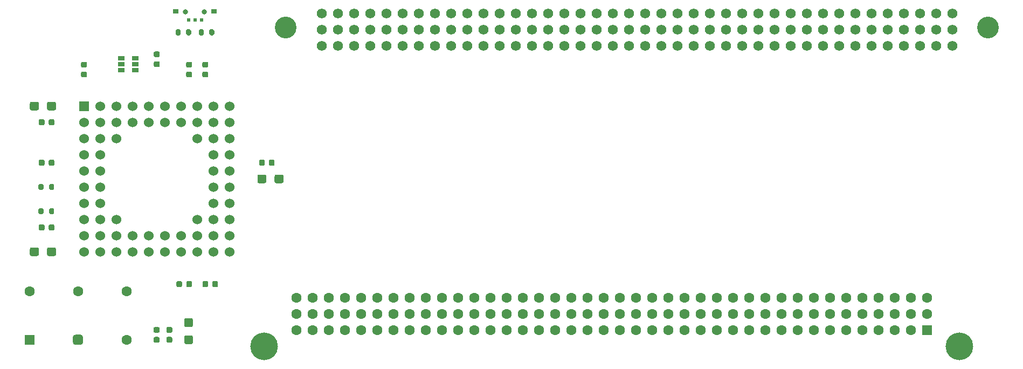
<source format=gbr>
%TF.GenerationSoftware,KiCad,Pcbnew,5.1.9+dfsg1-1~bpo10+1*%
%TF.CreationDate,2023-04-26T15:41:01+02:00*%
%TF.ProjectId,IIsiPDSAdapter,49497369-5044-4534-9164-61707465722e,rev?*%
%TF.SameCoordinates,Original*%
%TF.FileFunction,Soldermask,Top*%
%TF.FilePolarity,Negative*%
%FSLAX46Y46*%
G04 Gerber Fmt 4.6, Leading zero omitted, Abs format (unit mm)*
G04 Created by KiCad (PCBNEW 5.1.9+dfsg1-1~bpo10+1) date 2023-04-26 15:41:01*
%MOMM*%
%LPD*%
G01*
G04 APERTURE LIST*
%ADD10C,0.800000*%
%ADD11R,0.900000X0.700000*%
%ADD12R,0.600000X0.510000*%
%ADD13C,1.600000*%
%ADD14R,1.600000X1.600000*%
%ADD15R,1.060000X0.650000*%
%ADD16C,1.524000*%
%ADD17R,1.524000X1.524000*%
%ADD18C,4.335000*%
%ADD19C,1.605000*%
%ADD20R,1.605000X1.605000*%
%ADD21C,3.403600*%
%ADD22C,1.574800*%
G04 APERTURE END LIST*
D10*
%TO.C,S1*%
X83500000Y-100000000D03*
X86500000Y-100000000D03*
D11*
X88000000Y-99925000D03*
X82000000Y-99925000D03*
D12*
X86000000Y-101280000D03*
X85000000Y-101280000D03*
X84000000Y-101280000D03*
%TD*%
%TO.C,C16*%
G36*
G01*
X86870000Y-108775000D02*
X86370000Y-108775000D01*
G75*
G02*
X86145000Y-108550000I0J225000D01*
G01*
X86145000Y-108100000D01*
G75*
G02*
X86370000Y-107875000I225000J0D01*
G01*
X86870000Y-107875000D01*
G75*
G02*
X87095000Y-108100000I0J-225000D01*
G01*
X87095000Y-108550000D01*
G75*
G02*
X86870000Y-108775000I-225000J0D01*
G01*
G37*
G36*
G01*
X86870000Y-110325000D02*
X86370000Y-110325000D01*
G75*
G02*
X86145000Y-110100000I0J225000D01*
G01*
X86145000Y-109650000D01*
G75*
G02*
X86370000Y-109425000I225000J0D01*
G01*
X86870000Y-109425000D01*
G75*
G02*
X87095000Y-109650000I0J-225000D01*
G01*
X87095000Y-110100000D01*
G75*
G02*
X86870000Y-110325000I-225000J0D01*
G01*
G37*
%TD*%
%TO.C,X1*%
G36*
G01*
X65820000Y-151900000D02*
X65820000Y-151100000D01*
G75*
G02*
X66220000Y-150700000I400000J0D01*
G01*
X67020000Y-150700000D01*
G75*
G02*
X67420000Y-151100000I0J-400000D01*
G01*
X67420000Y-151900000D01*
G75*
G02*
X67020000Y-152300000I-400000J0D01*
G01*
X66220000Y-152300000D01*
G75*
G02*
X65820000Y-151900000I0J400000D01*
G01*
G37*
D13*
X66620000Y-143880000D03*
X74240000Y-151500000D03*
X74240000Y-143880000D03*
X59000000Y-143880000D03*
D14*
X59000000Y-151500000D03*
%TD*%
%TO.C,C15*%
G36*
G01*
X83574999Y-150800000D02*
X84425001Y-150800000D01*
G75*
G02*
X84675000Y-151049999I0J-249999D01*
G01*
X84675000Y-151950001D01*
G75*
G02*
X84425001Y-152200000I-249999J0D01*
G01*
X83574999Y-152200000D01*
G75*
G02*
X83325000Y-151950001I0J249999D01*
G01*
X83325000Y-151049999D01*
G75*
G02*
X83574999Y-150800000I249999J0D01*
G01*
G37*
G36*
G01*
X83574999Y-148100000D02*
X84425001Y-148100000D01*
G75*
G02*
X84675000Y-148349999I0J-249999D01*
G01*
X84675000Y-149250001D01*
G75*
G02*
X84425001Y-149500000I-249999J0D01*
G01*
X83574999Y-149500000D01*
G75*
G02*
X83325000Y-149250001I0J249999D01*
G01*
X83325000Y-148349999D01*
G75*
G02*
X83574999Y-148100000I249999J0D01*
G01*
G37*
%TD*%
D15*
%TO.C,U1*%
X75600000Y-108250000D03*
X75600000Y-107300000D03*
X75600000Y-109200000D03*
X73400000Y-109200000D03*
X73400000Y-108250000D03*
X73400000Y-107300000D03*
%TD*%
%TO.C,R5*%
G36*
G01*
X86391000Y-102975000D02*
X86391000Y-103525000D01*
G75*
G02*
X86191000Y-103725000I-200000J0D01*
G01*
X85791000Y-103725000D01*
G75*
G02*
X85591000Y-103525000I0J200000D01*
G01*
X85591000Y-102975000D01*
G75*
G02*
X85791000Y-102775000I200000J0D01*
G01*
X86191000Y-102775000D01*
G75*
G02*
X86391000Y-102975000I0J-200000D01*
G01*
G37*
G36*
G01*
X88041000Y-102975000D02*
X88041000Y-103525000D01*
G75*
G02*
X87841000Y-103725000I-200000J0D01*
G01*
X87441000Y-103725000D01*
G75*
G02*
X87241000Y-103525000I0J200000D01*
G01*
X87241000Y-102975000D01*
G75*
G02*
X87441000Y-102775000I200000J0D01*
G01*
X87841000Y-102775000D01*
G75*
G02*
X88041000Y-102975000I0J-200000D01*
G01*
G37*
%TD*%
%TO.C,R4*%
G36*
G01*
X83600000Y-103525000D02*
X83600000Y-102975000D01*
G75*
G02*
X83800000Y-102775000I200000J0D01*
G01*
X84200000Y-102775000D01*
G75*
G02*
X84400000Y-102975000I0J-200000D01*
G01*
X84400000Y-103525000D01*
G75*
G02*
X84200000Y-103725000I-200000J0D01*
G01*
X83800000Y-103725000D01*
G75*
G02*
X83600000Y-103525000I0J200000D01*
G01*
G37*
G36*
G01*
X81950000Y-103525000D02*
X81950000Y-102975000D01*
G75*
G02*
X82150000Y-102775000I200000J0D01*
G01*
X82550000Y-102775000D01*
G75*
G02*
X82750000Y-102975000I0J-200000D01*
G01*
X82750000Y-103525000D01*
G75*
G02*
X82550000Y-103725000I-200000J0D01*
G01*
X82150000Y-103725000D01*
G75*
G02*
X81950000Y-103525000I0J200000D01*
G01*
G37*
%TD*%
%TO.C,C14*%
G36*
G01*
X79250000Y-107150000D02*
X78750000Y-107150000D01*
G75*
G02*
X78525000Y-106925000I0J225000D01*
G01*
X78525000Y-106475000D01*
G75*
G02*
X78750000Y-106250000I225000J0D01*
G01*
X79250000Y-106250000D01*
G75*
G02*
X79475000Y-106475000I0J-225000D01*
G01*
X79475000Y-106925000D01*
G75*
G02*
X79250000Y-107150000I-225000J0D01*
G01*
G37*
G36*
G01*
X79250000Y-108700000D02*
X78750000Y-108700000D01*
G75*
G02*
X78525000Y-108475000I0J225000D01*
G01*
X78525000Y-108025000D01*
G75*
G02*
X78750000Y-107800000I225000J0D01*
G01*
X79250000Y-107800000D01*
G75*
G02*
X79475000Y-108025000I0J-225000D01*
G01*
X79475000Y-108475000D01*
G75*
G02*
X79250000Y-108700000I-225000J0D01*
G01*
G37*
%TD*%
%TO.C,C7*%
G36*
G01*
X87720000Y-143013000D02*
X87720000Y-142513000D01*
G75*
G02*
X87945000Y-142288000I225000J0D01*
G01*
X88395000Y-142288000D01*
G75*
G02*
X88620000Y-142513000I0J-225000D01*
G01*
X88620000Y-143013000D01*
G75*
G02*
X88395000Y-143238000I-225000J0D01*
G01*
X87945000Y-143238000D01*
G75*
G02*
X87720000Y-143013000I0J225000D01*
G01*
G37*
G36*
G01*
X86170000Y-143013000D02*
X86170000Y-142513000D01*
G75*
G02*
X86395000Y-142288000I225000J0D01*
G01*
X86845000Y-142288000D01*
G75*
G02*
X87070000Y-142513000I0J-225000D01*
G01*
X87070000Y-143013000D01*
G75*
G02*
X86845000Y-143238000I-225000J0D01*
G01*
X86395000Y-143238000D01*
G75*
G02*
X86170000Y-143013000I0J225000D01*
G01*
G37*
%TD*%
%TO.C,C4*%
G36*
G01*
X96610000Y-123960000D02*
X96610000Y-123460000D01*
G75*
G02*
X96835000Y-123235000I225000J0D01*
G01*
X97285000Y-123235000D01*
G75*
G02*
X97510000Y-123460000I0J-225000D01*
G01*
X97510000Y-123960000D01*
G75*
G02*
X97285000Y-124185000I-225000J0D01*
G01*
X96835000Y-124185000D01*
G75*
G02*
X96610000Y-123960000I0J225000D01*
G01*
G37*
G36*
G01*
X95060000Y-123960000D02*
X95060000Y-123460000D01*
G75*
G02*
X95285000Y-123235000I225000J0D01*
G01*
X95735000Y-123235000D01*
G75*
G02*
X95960000Y-123460000I0J-225000D01*
G01*
X95960000Y-123960000D01*
G75*
G02*
X95735000Y-124185000I-225000J0D01*
G01*
X95285000Y-124185000D01*
G75*
G02*
X95060000Y-123960000I0J225000D01*
G01*
G37*
%TD*%
%TO.C,C3*%
G36*
G01*
X84330000Y-108775000D02*
X83830000Y-108775000D01*
G75*
G02*
X83605000Y-108550000I0J225000D01*
G01*
X83605000Y-108100000D01*
G75*
G02*
X83830000Y-107875000I225000J0D01*
G01*
X84330000Y-107875000D01*
G75*
G02*
X84555000Y-108100000I0J-225000D01*
G01*
X84555000Y-108550000D01*
G75*
G02*
X84330000Y-108775000I-225000J0D01*
G01*
G37*
G36*
G01*
X84330000Y-110325000D02*
X83830000Y-110325000D01*
G75*
G02*
X83605000Y-110100000I0J225000D01*
G01*
X83605000Y-109650000D01*
G75*
G02*
X83830000Y-109425000I225000J0D01*
G01*
X84330000Y-109425000D01*
G75*
G02*
X84555000Y-109650000I0J-225000D01*
G01*
X84555000Y-110100000D01*
G75*
G02*
X84330000Y-110325000I-225000J0D01*
G01*
G37*
%TD*%
%TO.C,C2*%
G36*
G01*
X61370000Y-123460000D02*
X61370000Y-123960000D01*
G75*
G02*
X61145000Y-124185000I-225000J0D01*
G01*
X60695000Y-124185000D01*
G75*
G02*
X60470000Y-123960000I0J225000D01*
G01*
X60470000Y-123460000D01*
G75*
G02*
X60695000Y-123235000I225000J0D01*
G01*
X61145000Y-123235000D01*
G75*
G02*
X61370000Y-123460000I0J-225000D01*
G01*
G37*
G36*
G01*
X62920000Y-123460000D02*
X62920000Y-123960000D01*
G75*
G02*
X62695000Y-124185000I-225000J0D01*
G01*
X62245000Y-124185000D01*
G75*
G02*
X62020000Y-123960000I0J225000D01*
G01*
X62020000Y-123460000D01*
G75*
G02*
X62245000Y-123235000I225000J0D01*
G01*
X62695000Y-123235000D01*
G75*
G02*
X62920000Y-123460000I0J-225000D01*
G01*
G37*
%TD*%
%TO.C,C1*%
G36*
G01*
X61370000Y-133620000D02*
X61370000Y-134120000D01*
G75*
G02*
X61145000Y-134345000I-225000J0D01*
G01*
X60695000Y-134345000D01*
G75*
G02*
X60470000Y-134120000I0J225000D01*
G01*
X60470000Y-133620000D01*
G75*
G02*
X60695000Y-133395000I225000J0D01*
G01*
X61145000Y-133395000D01*
G75*
G02*
X61370000Y-133620000I0J-225000D01*
G01*
G37*
G36*
G01*
X62920000Y-133620000D02*
X62920000Y-134120000D01*
G75*
G02*
X62695000Y-134345000I-225000J0D01*
G01*
X62245000Y-134345000D01*
G75*
G02*
X62020000Y-134120000I0J225000D01*
G01*
X62020000Y-133620000D01*
G75*
G02*
X62245000Y-133395000I225000J0D01*
G01*
X62695000Y-133395000D01*
G75*
G02*
X62920000Y-133620000I0J-225000D01*
G01*
G37*
%TD*%
D16*
%TO.C,J2*%
X90430000Y-114820000D03*
X87890000Y-114820000D03*
X85350000Y-114820000D03*
X82810000Y-114820000D03*
X80270000Y-114820000D03*
X77730000Y-114820000D03*
X75190000Y-114820000D03*
X72650000Y-114820000D03*
X70110000Y-114820000D03*
D17*
X67570000Y-114820000D03*
D16*
X90430000Y-117360000D03*
X87890000Y-117360000D03*
X85350000Y-117360000D03*
X82810000Y-117360000D03*
X80270000Y-117360000D03*
X77730000Y-117360000D03*
X75190000Y-117360000D03*
X72650000Y-117360000D03*
X70110000Y-117360000D03*
X67570000Y-117360000D03*
X90430000Y-119900000D03*
X87890000Y-119900000D03*
X85350000Y-119900000D03*
X72650000Y-119900000D03*
X70110000Y-119900000D03*
X67570000Y-119900000D03*
X90430000Y-122440000D03*
X87890000Y-122440000D03*
X70110000Y-122440000D03*
X67570000Y-122440000D03*
X90430000Y-124980000D03*
X87890000Y-124980000D03*
X70110000Y-124980000D03*
X67570000Y-124980000D03*
X90430000Y-127520000D03*
X87890000Y-127520000D03*
X70110000Y-127520000D03*
X67570000Y-127520000D03*
X90430000Y-130060000D03*
X87890000Y-130060000D03*
X70110000Y-130060000D03*
X67570000Y-130060000D03*
X90430000Y-132600000D03*
X87890000Y-132600000D03*
X85350000Y-132600000D03*
X72650000Y-132600000D03*
X70110000Y-132600000D03*
X67570000Y-132600000D03*
X90430000Y-135140000D03*
X87890000Y-135140000D03*
X85350000Y-135140000D03*
X82810000Y-135140000D03*
X80270000Y-135140000D03*
X77730000Y-135140000D03*
X75190000Y-135140000D03*
X72650000Y-135140000D03*
X70110000Y-135140000D03*
X67570000Y-135140000D03*
X90430000Y-137680000D03*
X87890000Y-137680000D03*
X85350000Y-137680000D03*
X82810000Y-137680000D03*
X80270000Y-137680000D03*
X77730000Y-137680000D03*
X75190000Y-137680000D03*
X72650000Y-137680000D03*
X70110000Y-137680000D03*
X67570000Y-137680000D03*
%TD*%
%TO.C,C13*%
G36*
G01*
X60470000Y-137254999D02*
X60470000Y-138105001D01*
G75*
G02*
X60220001Y-138355000I-249999J0D01*
G01*
X59319999Y-138355000D01*
G75*
G02*
X59070000Y-138105001I0J249999D01*
G01*
X59070000Y-137254999D01*
G75*
G02*
X59319999Y-137005000I249999J0D01*
G01*
X60220001Y-137005000D01*
G75*
G02*
X60470000Y-137254999I0J-249999D01*
G01*
G37*
G36*
G01*
X63170000Y-137254999D02*
X63170000Y-138105001D01*
G75*
G02*
X62920001Y-138355000I-249999J0D01*
G01*
X62019999Y-138355000D01*
G75*
G02*
X61770000Y-138105001I0J249999D01*
G01*
X61770000Y-137254999D01*
G75*
G02*
X62019999Y-137005000I249999J0D01*
G01*
X62920001Y-137005000D01*
G75*
G02*
X63170000Y-137254999I0J-249999D01*
G01*
G37*
%TD*%
%TO.C,C8*%
G36*
G01*
X82980000Y-142513000D02*
X82980000Y-143013000D01*
G75*
G02*
X82755000Y-143238000I-225000J0D01*
G01*
X82305000Y-143238000D01*
G75*
G02*
X82080000Y-143013000I0J225000D01*
G01*
X82080000Y-142513000D01*
G75*
G02*
X82305000Y-142288000I225000J0D01*
G01*
X82755000Y-142288000D01*
G75*
G02*
X82980000Y-142513000I0J-225000D01*
G01*
G37*
G36*
G01*
X84530000Y-142513000D02*
X84530000Y-143013000D01*
G75*
G02*
X84305000Y-143238000I-225000J0D01*
G01*
X83855000Y-143238000D01*
G75*
G02*
X83630000Y-143013000I0J225000D01*
G01*
X83630000Y-142513000D01*
G75*
G02*
X83855000Y-142288000I225000J0D01*
G01*
X84305000Y-142288000D01*
G75*
G02*
X84530000Y-142513000I0J-225000D01*
G01*
G37*
%TD*%
%TO.C,C12*%
G36*
G01*
X60470000Y-114394999D02*
X60470000Y-115245001D01*
G75*
G02*
X60220001Y-115495000I-249999J0D01*
G01*
X59319999Y-115495000D01*
G75*
G02*
X59070000Y-115245001I0J249999D01*
G01*
X59070000Y-114394999D01*
G75*
G02*
X59319999Y-114145000I249999J0D01*
G01*
X60220001Y-114145000D01*
G75*
G02*
X60470000Y-114394999I0J-249999D01*
G01*
G37*
G36*
G01*
X63170000Y-114394999D02*
X63170000Y-115245001D01*
G75*
G02*
X62920001Y-115495000I-249999J0D01*
G01*
X62019999Y-115495000D01*
G75*
G02*
X61770000Y-115245001I0J249999D01*
G01*
X61770000Y-114394999D01*
G75*
G02*
X62019999Y-114145000I249999J0D01*
G01*
X62920001Y-114145000D01*
G75*
G02*
X63170000Y-114394999I0J-249999D01*
G01*
G37*
%TD*%
%TO.C,C11*%
G36*
G01*
X97510000Y-126675001D02*
X97510000Y-125824999D01*
G75*
G02*
X97759999Y-125575000I249999J0D01*
G01*
X98660001Y-125575000D01*
G75*
G02*
X98910000Y-125824999I0J-249999D01*
G01*
X98910000Y-126675001D01*
G75*
G02*
X98660001Y-126925000I-249999J0D01*
G01*
X97759999Y-126925000D01*
G75*
G02*
X97510000Y-126675001I0J249999D01*
G01*
G37*
G36*
G01*
X94810000Y-126675001D02*
X94810000Y-125824999D01*
G75*
G02*
X95059999Y-125575000I249999J0D01*
G01*
X95960001Y-125575000D01*
G75*
G02*
X96210000Y-125824999I0J-249999D01*
G01*
X96210000Y-126675001D01*
G75*
G02*
X95960001Y-126925000I-249999J0D01*
G01*
X95059999Y-126925000D01*
G75*
G02*
X94810000Y-126675001I0J249999D01*
G01*
G37*
%TD*%
%TO.C,C10*%
G36*
G01*
X80720000Y-151050000D02*
X81220000Y-151050000D01*
G75*
G02*
X81445000Y-151275000I0J-225000D01*
G01*
X81445000Y-151725000D01*
G75*
G02*
X81220000Y-151950000I-225000J0D01*
G01*
X80720000Y-151950000D01*
G75*
G02*
X80495000Y-151725000I0J225000D01*
G01*
X80495000Y-151275000D01*
G75*
G02*
X80720000Y-151050000I225000J0D01*
G01*
G37*
G36*
G01*
X80720000Y-149500000D02*
X81220000Y-149500000D01*
G75*
G02*
X81445000Y-149725000I0J-225000D01*
G01*
X81445000Y-150175000D01*
G75*
G02*
X81220000Y-150400000I-225000J0D01*
G01*
X80720000Y-150400000D01*
G75*
G02*
X80495000Y-150175000I0J225000D01*
G01*
X80495000Y-149725000D01*
G75*
G02*
X80720000Y-149500000I225000J0D01*
G01*
G37*
%TD*%
%TO.C,C9*%
G36*
G01*
X78720000Y-151050000D02*
X79220000Y-151050000D01*
G75*
G02*
X79445000Y-151275000I0J-225000D01*
G01*
X79445000Y-151725000D01*
G75*
G02*
X79220000Y-151950000I-225000J0D01*
G01*
X78720000Y-151950000D01*
G75*
G02*
X78495000Y-151725000I0J225000D01*
G01*
X78495000Y-151275000D01*
G75*
G02*
X78720000Y-151050000I225000J0D01*
G01*
G37*
G36*
G01*
X78720000Y-149500000D02*
X79220000Y-149500000D01*
G75*
G02*
X79445000Y-149725000I0J-225000D01*
G01*
X79445000Y-150175000D01*
G75*
G02*
X79220000Y-150400000I-225000J0D01*
G01*
X78720000Y-150400000D01*
G75*
G02*
X78495000Y-150175000I0J225000D01*
G01*
X78495000Y-149725000D01*
G75*
G02*
X78720000Y-149500000I225000J0D01*
G01*
G37*
%TD*%
%TO.C,R2*%
G36*
G01*
X61220000Y-131055000D02*
X61220000Y-131605000D01*
G75*
G02*
X61020000Y-131805000I-200000J0D01*
G01*
X60620000Y-131805000D01*
G75*
G02*
X60420000Y-131605000I0J200000D01*
G01*
X60420000Y-131055000D01*
G75*
G02*
X60620000Y-130855000I200000J0D01*
G01*
X61020000Y-130855000D01*
G75*
G02*
X61220000Y-131055000I0J-200000D01*
G01*
G37*
G36*
G01*
X62870000Y-131055000D02*
X62870000Y-131605000D01*
G75*
G02*
X62670000Y-131805000I-200000J0D01*
G01*
X62270000Y-131805000D01*
G75*
G02*
X62070000Y-131605000I0J200000D01*
G01*
X62070000Y-131055000D01*
G75*
G02*
X62270000Y-130855000I200000J0D01*
G01*
X62670000Y-130855000D01*
G75*
G02*
X62870000Y-131055000I0J-200000D01*
G01*
G37*
%TD*%
%TO.C,R1*%
G36*
G01*
X61220000Y-127245000D02*
X61220000Y-127795000D01*
G75*
G02*
X61020000Y-127995000I-200000J0D01*
G01*
X60620000Y-127995000D01*
G75*
G02*
X60420000Y-127795000I0J200000D01*
G01*
X60420000Y-127245000D01*
G75*
G02*
X60620000Y-127045000I200000J0D01*
G01*
X61020000Y-127045000D01*
G75*
G02*
X61220000Y-127245000I0J-200000D01*
G01*
G37*
G36*
G01*
X62870000Y-127245000D02*
X62870000Y-127795000D01*
G75*
G02*
X62670000Y-127995000I-200000J0D01*
G01*
X62270000Y-127995000D01*
G75*
G02*
X62070000Y-127795000I0J200000D01*
G01*
X62070000Y-127245000D01*
G75*
G02*
X62270000Y-127045000I200000J0D01*
G01*
X62670000Y-127045000D01*
G75*
G02*
X62870000Y-127245000I0J-200000D01*
G01*
G37*
%TD*%
D18*
%TO.C,J1*%
X95860000Y-152540000D03*
X205080000Y-152540000D03*
D19*
X100940000Y-144920000D03*
X103480000Y-144920000D03*
X106020000Y-144920000D03*
X108560000Y-144920000D03*
X111100000Y-144920000D03*
X113640000Y-144920000D03*
X116180000Y-144920000D03*
X118720000Y-144920000D03*
X121260000Y-144920000D03*
X123800000Y-144920000D03*
X126340000Y-144920000D03*
X128880000Y-144920000D03*
X131420000Y-144920000D03*
X133960000Y-144920000D03*
X136500000Y-144920000D03*
X139040000Y-144920000D03*
X141580000Y-144920000D03*
X144120000Y-144920000D03*
X146660000Y-144920000D03*
X149200000Y-144920000D03*
X151740000Y-144920000D03*
X154280000Y-144920000D03*
X156820000Y-144920000D03*
X159360000Y-144920000D03*
X161900000Y-144920000D03*
X164440000Y-144920000D03*
X166980000Y-144920000D03*
X169520000Y-144920000D03*
X172060000Y-144920000D03*
X174600000Y-144920000D03*
X177140000Y-144920000D03*
X179680000Y-144920000D03*
X182220000Y-144920000D03*
X184760000Y-144920000D03*
X187300000Y-144920000D03*
X189840000Y-144920000D03*
X192380000Y-144920000D03*
X194920000Y-144920000D03*
X197460000Y-144920000D03*
X200000000Y-144920000D03*
X100940000Y-147460000D03*
X103480000Y-147460000D03*
X106020000Y-147460000D03*
X108560000Y-147460000D03*
X111100000Y-147460000D03*
X113640000Y-147460000D03*
X116180000Y-147460000D03*
X118720000Y-147460000D03*
X121260000Y-147460000D03*
X123800000Y-147460000D03*
X126340000Y-147460000D03*
X128880000Y-147460000D03*
X131420000Y-147460000D03*
X133960000Y-147460000D03*
X136500000Y-147460000D03*
X139040000Y-147460000D03*
X141580000Y-147460000D03*
X144120000Y-147460000D03*
X146660000Y-147460000D03*
X149200000Y-147460000D03*
X151740000Y-147460000D03*
X154280000Y-147460000D03*
X156820000Y-147460000D03*
X159360000Y-147460000D03*
X161900000Y-147460000D03*
X164440000Y-147460000D03*
X166980000Y-147460000D03*
X169520000Y-147460000D03*
X172060000Y-147460000D03*
X174600000Y-147460000D03*
X177140000Y-147460000D03*
X179680000Y-147460000D03*
X182220000Y-147460000D03*
X184760000Y-147460000D03*
X187300000Y-147460000D03*
X189840000Y-147460000D03*
X192380000Y-147460000D03*
X194920000Y-147460000D03*
X197460000Y-147460000D03*
X200000000Y-147460000D03*
X100940000Y-150000000D03*
X103480000Y-150000000D03*
X106020000Y-150000000D03*
X108560000Y-150000000D03*
X111100000Y-150000000D03*
X113640000Y-150000000D03*
X116180000Y-150000000D03*
X118720000Y-150000000D03*
X121260000Y-150000000D03*
X123800000Y-150000000D03*
X126340000Y-150000000D03*
X128880000Y-150000000D03*
X131420000Y-150000000D03*
X133960000Y-150000000D03*
X136500000Y-150000000D03*
X139040000Y-150000000D03*
X141580000Y-150000000D03*
X144120000Y-150000000D03*
X146660000Y-150000000D03*
X149200000Y-150000000D03*
X151740000Y-150000000D03*
X154280000Y-150000000D03*
X156820000Y-150000000D03*
X159360000Y-150000000D03*
X161900000Y-150000000D03*
X164440000Y-150000000D03*
X166980000Y-150000000D03*
X169520000Y-150000000D03*
X172060000Y-150000000D03*
X174600000Y-150000000D03*
X177140000Y-150000000D03*
X179680000Y-150000000D03*
X182220000Y-150000000D03*
X184760000Y-150000000D03*
X187300000Y-150000000D03*
X189840000Y-150000000D03*
X192380000Y-150000000D03*
X194920000Y-150000000D03*
X197460000Y-150000000D03*
D20*
X200000000Y-150000000D03*
%TD*%
%TO.C,C5*%
G36*
G01*
X61370000Y-117110000D02*
X61370000Y-117610000D01*
G75*
G02*
X61145000Y-117835000I-225000J0D01*
G01*
X60695000Y-117835000D01*
G75*
G02*
X60470000Y-117610000I0J225000D01*
G01*
X60470000Y-117110000D01*
G75*
G02*
X60695000Y-116885000I225000J0D01*
G01*
X61145000Y-116885000D01*
G75*
G02*
X61370000Y-117110000I0J-225000D01*
G01*
G37*
G36*
G01*
X62920000Y-117110000D02*
X62920000Y-117610000D01*
G75*
G02*
X62695000Y-117835000I-225000J0D01*
G01*
X62245000Y-117835000D01*
G75*
G02*
X62020000Y-117610000I0J225000D01*
G01*
X62020000Y-117110000D01*
G75*
G02*
X62245000Y-116885000I225000J0D01*
G01*
X62695000Y-116885000D01*
G75*
G02*
X62920000Y-117110000I0J-225000D01*
G01*
G37*
%TD*%
%TO.C,C6*%
G36*
G01*
X67820000Y-108775000D02*
X67320000Y-108775000D01*
G75*
G02*
X67095000Y-108550000I0J225000D01*
G01*
X67095000Y-108100000D01*
G75*
G02*
X67320000Y-107875000I225000J0D01*
G01*
X67820000Y-107875000D01*
G75*
G02*
X68045000Y-108100000I0J-225000D01*
G01*
X68045000Y-108550000D01*
G75*
G02*
X67820000Y-108775000I-225000J0D01*
G01*
G37*
G36*
G01*
X67820000Y-110325000D02*
X67320000Y-110325000D01*
G75*
G02*
X67095000Y-110100000I0J225000D01*
G01*
X67095000Y-109650000D01*
G75*
G02*
X67320000Y-109425000I225000J0D01*
G01*
X67820000Y-109425000D01*
G75*
G02*
X68045000Y-109650000I0J-225000D01*
G01*
X68045000Y-110100000D01*
G75*
G02*
X67820000Y-110325000I-225000J0D01*
G01*
G37*
%TD*%
D21*
%TO.C,J3*%
X209576100Y-102535200D03*
X99263900Y-102535200D03*
D22*
X104890000Y-105380000D03*
X107430000Y-105380000D03*
X109970000Y-105380000D03*
X112510000Y-105380000D03*
X115050000Y-105380000D03*
X117590000Y-105380000D03*
X120130000Y-105380000D03*
X122670000Y-105380000D03*
X125210000Y-105380000D03*
X127750000Y-105380000D03*
X130290000Y-105380000D03*
X132830000Y-105380000D03*
X135370000Y-105380000D03*
X137910000Y-105380000D03*
X140450000Y-105380000D03*
X142990000Y-105380000D03*
X145530000Y-105380000D03*
X148070000Y-105380000D03*
X150610000Y-105380000D03*
X153150000Y-105380000D03*
X155690000Y-105380000D03*
X158230000Y-105380000D03*
X160770000Y-105380000D03*
X163310000Y-105380000D03*
X165850000Y-105380000D03*
X168390000Y-105380000D03*
X170930000Y-105380000D03*
X173470000Y-105380000D03*
X176010000Y-105380000D03*
X178550000Y-105380000D03*
X181090000Y-105380000D03*
X183630000Y-105380000D03*
X186170000Y-105380000D03*
X188710000Y-105380000D03*
X191250000Y-105380000D03*
X193790000Y-105380000D03*
X196330000Y-105380000D03*
X198870000Y-105380000D03*
X201410000Y-105380000D03*
X203950000Y-105380000D03*
X104890000Y-102840000D03*
X107430000Y-102840000D03*
X109970000Y-102840000D03*
X112510000Y-102840000D03*
X115050000Y-102840000D03*
X117590000Y-102840000D03*
X120130000Y-102840000D03*
X122670000Y-102840000D03*
X125210000Y-102840000D03*
X127750000Y-102840000D03*
X130290000Y-102840000D03*
X132830000Y-102840000D03*
X135370000Y-102840000D03*
X137910000Y-102840000D03*
X140450000Y-102840000D03*
X142990000Y-102840000D03*
X145530000Y-102840000D03*
X148070000Y-102840000D03*
X150610000Y-102840000D03*
X153150000Y-102840000D03*
X155690000Y-102840000D03*
X158230000Y-102840000D03*
X160770000Y-102840000D03*
X163310000Y-102840000D03*
X165850000Y-102840000D03*
X168390000Y-102840000D03*
X170930000Y-102840000D03*
X173470000Y-102840000D03*
X176010000Y-102840000D03*
X178550000Y-102840000D03*
X181090000Y-102840000D03*
X183630000Y-102840000D03*
X186170000Y-102840000D03*
X188710000Y-102840000D03*
X191250000Y-102840000D03*
X193790000Y-102840000D03*
X196330000Y-102840000D03*
X198870000Y-102840000D03*
X201410000Y-102840000D03*
X203950000Y-102840000D03*
X104890000Y-100300000D03*
X107430000Y-100300000D03*
X109970000Y-100300000D03*
X112510000Y-100300000D03*
X115050000Y-100300000D03*
X117590000Y-100300000D03*
X120130000Y-100300000D03*
X122670000Y-100300000D03*
X125210000Y-100300000D03*
X127750000Y-100300000D03*
X130290000Y-100300000D03*
X132830000Y-100300000D03*
X135370000Y-100300000D03*
X137910000Y-100300000D03*
X140450000Y-100300000D03*
X142990000Y-100300000D03*
X145530000Y-100300000D03*
X148070000Y-100300000D03*
X150610000Y-100300000D03*
X153150000Y-100300000D03*
X155690000Y-100300000D03*
X158230000Y-100300000D03*
X160770000Y-100300000D03*
X163310000Y-100300000D03*
X165850000Y-100300000D03*
X168390000Y-100300000D03*
X170930000Y-100300000D03*
X173470000Y-100300000D03*
X176010000Y-100300000D03*
X178550000Y-100300000D03*
X181090000Y-100300000D03*
X183630000Y-100300000D03*
X186170000Y-100300000D03*
X188710000Y-100300000D03*
X191250000Y-100300000D03*
X193790000Y-100300000D03*
X196330000Y-100300000D03*
X198870000Y-100300000D03*
X201410000Y-100300000D03*
X203950000Y-100300000D03*
%TD*%
M02*

</source>
